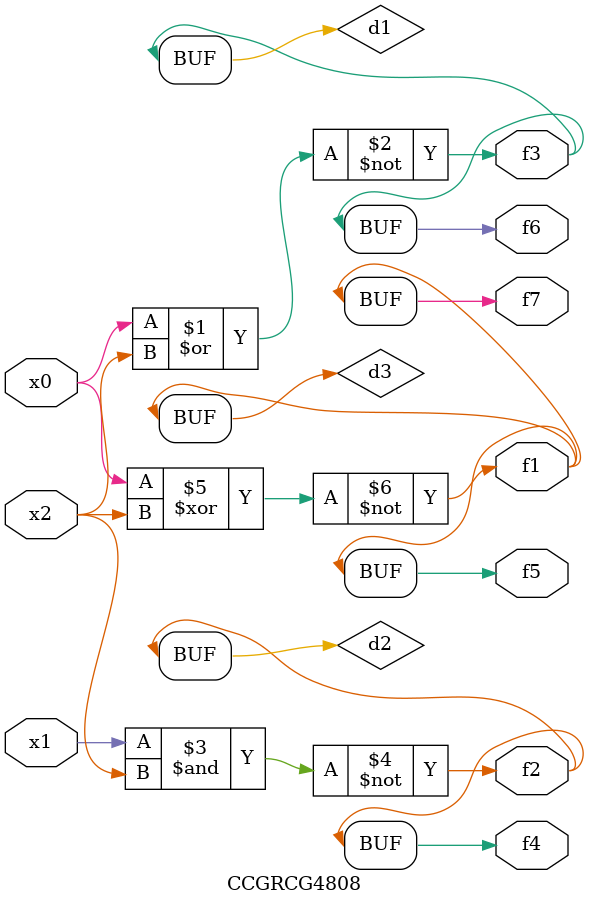
<source format=v>
module CCGRCG4808(
	input x0, x1, x2,
	output f1, f2, f3, f4, f5, f6, f7
);

	wire d1, d2, d3;

	nor (d1, x0, x2);
	nand (d2, x1, x2);
	xnor (d3, x0, x2);
	assign f1 = d3;
	assign f2 = d2;
	assign f3 = d1;
	assign f4 = d2;
	assign f5 = d3;
	assign f6 = d1;
	assign f7 = d3;
endmodule

</source>
